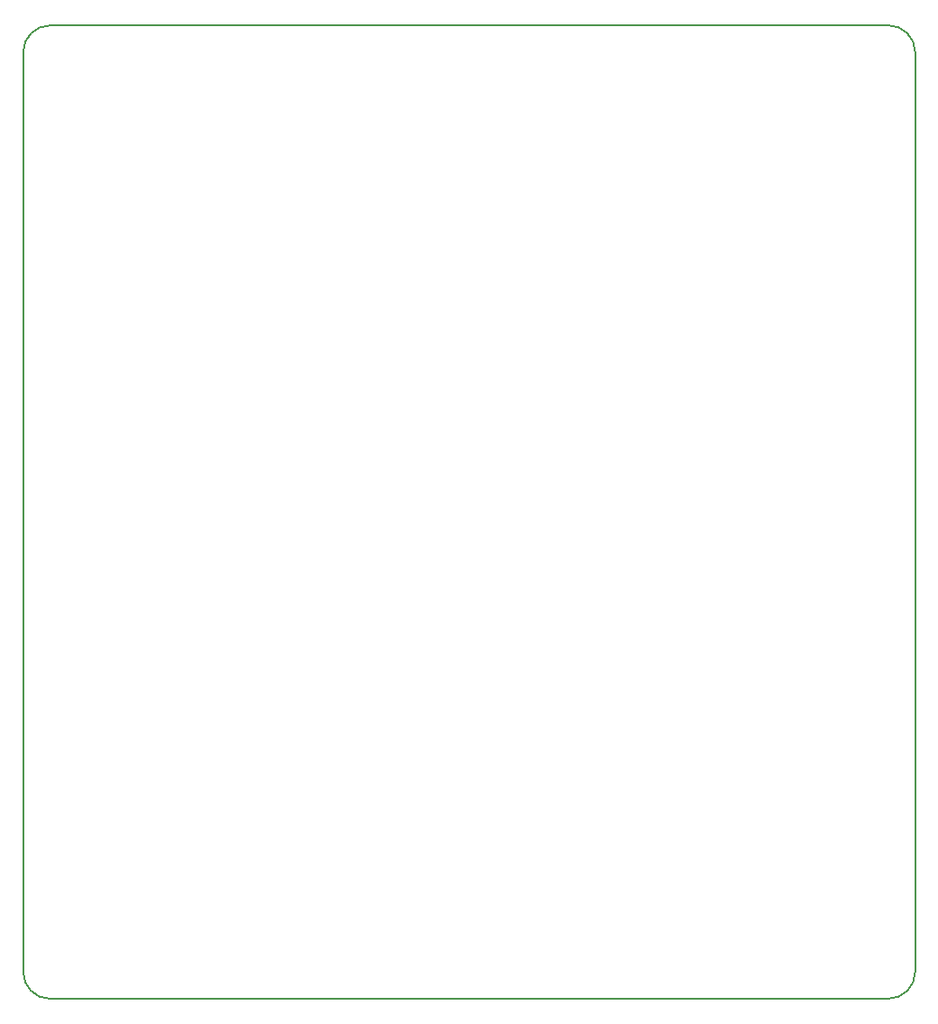
<source format=gbr>
%TF.GenerationSoftware,KiCad,Pcbnew,7.0.10*%
%TF.CreationDate,2024-02-11T11:32:57+13:00*%
%TF.ProjectId,conway_proj,636f6e77-6179-45f7-9072-6f6a2e6b6963,rev?*%
%TF.SameCoordinates,Original*%
%TF.FileFunction,Profile,NP*%
%FSLAX46Y46*%
G04 Gerber Fmt 4.6, Leading zero omitted, Abs format (unit mm)*
G04 Created by KiCad (PCBNEW 7.0.10) date 2024-02-11 11:32:57*
%MOMM*%
%LPD*%
G01*
G04 APERTURE LIST*
%TA.AperFunction,Profile*%
%ADD10C,0.150000*%
%TD*%
G04 APERTURE END LIST*
D10*
X153339999Y-102540000D02*
G75*
G03*
X150800000Y-100000001I-2539999J0D01*
G01*
X150800000Y-191440000D02*
G75*
G03*
X153340000Y-188900000I0J2540000D01*
G01*
X69520000Y-188900000D02*
X69520001Y-102539999D01*
X153339999Y-102540000D02*
X153340000Y-188900000D01*
X150800000Y-191440000D02*
X72059999Y-191440001D01*
X72060004Y-100000001D02*
X150800000Y-100000001D01*
X69519999Y-188900001D02*
G75*
G03*
X72059999Y-191440001I2540001J1D01*
G01*
X72060004Y-100000005D02*
G75*
G03*
X69520005Y-102540000I-4J-2539995D01*
G01*
M02*

</source>
